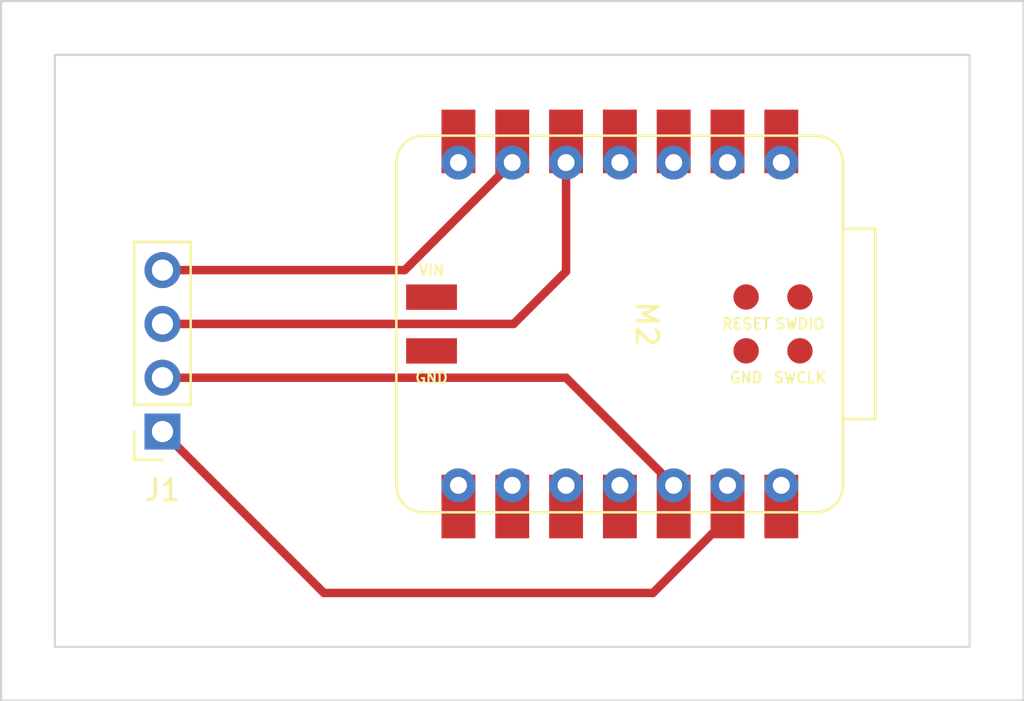
<source format=kicad_pcb>
(kicad_pcb (version 20221018) (generator pcbnew)
  (layers (0 "F.Cu" signal) (31 "B.Cu" signal) (34 "B.Paste" user) (35 "F.Paste" user) (36 "B.SilkS" user "B.Silkscreen") (37 "F.SilkS" user "F.Silkscreen") (38 "B.Mask" user) (39 "F.Mask" user) (44 "Edge.Cuts" user))
  (net 0 "")
  (net 17 "SDA")
  (net 18 "SCL")
  (net 19 "PWR_3V3")
  (net 20 "PWR_GND")
  (footprint "Connector_PinSocket_2.54mm:PinSocket_1x04_P2.54mm_Vertical" (layer "F.Cu") (at 119.38 96.52 180)
    (fp_text reference "J1" (at 0 -2.77) (layer "F.SilkS"))
    (fp_text value "Conn_01x04_Socket")
    (fp_line (start -1.33 1.27) (end -1.33 8.95) (stroke (width 0.12)) (layer "F.SilkS"))
    (fp_line (start -1.33 1.27) (end 1.33 1.27) (stroke (width 0.12)) (layer "F.SilkS"))
    (fp_line (start -1.33 8.95) (end 1.33 8.95) (stroke (width 0.12)) (layer "F.SilkS"))
    (fp_line (start 0 -1.33) (end 1.33 -1.33) (stroke (width 0.12)) (layer "F.SilkS"))
    (fp_line (start 1.33 -1.33) (end 1.33 0) (stroke (width 0.12)) (layer "F.SilkS"))
    (fp_line (start 1.33 1.27) (end 1.33 8.95) (stroke (width 0.12)) (layer "F.SilkS"))
    (pad "1" thru_hole rect (at 0 0 180) (size 1.7 1.7) (drill 1) (layers "*.Cu" "*.Mask") (net 20 "PWR_GND"))
    (pad "2" thru_hole oval (at 0 2.54 180) (size 1.7 1.7) (drill 1) (layers "*.Cu" "*.Mask") (net 19 "PWR_3V3"))
    (pad "3" thru_hole oval (at 0 5.08 180) (size 1.7 1.7) (drill 1) (layers "*.Cu" "*.Mask") (net 17 "SDA"))
    (pad "4" thru_hole oval (at 0 7.62 180) (size 1.7 1.7) (drill 1) (layers "*.Cu" "*.Mask") (net 18 "SCL"))
  )
  (footprint "fab:SeeedStudio_XIAO_RP2040" (layer "F.Cu") (at 140.97 91.44 -90)
    (fp_text reference "M2" (at 0 -1.27 -90 unlocked) (layer "F.SilkS"))
    (fp_text value "Module_XIAO-RP2040")
    (fp_text user "VIN" (at -2.535 8.89 unlocked) (layer "F.SilkS") (effects (font (size 0.5 0.5) (thickness 0.1) bold)))
    (fp_text user "GND" (at 2.545 8.89 unlocked) (layer "F.SilkS") (effects (font (size 0.5 0.5) (thickness 0.1) bold)))
    (fp_text user "SWDIO" (at 0 -8.5 unlocked) (layer "F.SilkS") (effects (font (size 0.5 0.5) (thickness 0.1) bold)))
    (fp_text user "GND" (at 2.54 -5.96 unlocked) (layer "F.SilkS") (effects (font (size 0.5 0.5) (thickness 0.1) bold)))
    (fp_text user "SWCLK" (at 2.54 -8.5 unlocked) (layer "F.SilkS") (effects (font (size 0.5 0.5) (thickness 0.1) bold)))
    (fp_text user "RESET" (at 0 -5.96 unlocked) (layer "F.SilkS") (effects (font (size 0.5 0.5) (thickness 0.1) bold)))
    (fp_line (start -8.8875 9.281) (end -8.8875 -9.261) (stroke (width 0.12)) (layer "F.SilkS"))
    (fp_line (start -7.6175 -10.531) (end 7.6225 -10.531) (stroke (width 0.12)) (layer "F.SilkS"))
    (fp_line (start 7.6225 10.551) (end -7.6175 10.551) (stroke (width 0.12)) (layer "F.SilkS"))
    (fp_line (start 8.8925 -9.261) (end 8.8925 9.281) (stroke (width 0.12)) (layer "F.SilkS"))
    (fp_rect (start -4.4975 -10.531) (end 4.5025 -12.055) (stroke (width 0.12)) (fill none) (layer "F.SilkS"))
    (fp_arc (start -8.8875 -9.261) (mid -8.515526 -10.159026) (end -7.6175 -10.531) (stroke (width 0.12)) (layer "F.SilkS"))
    (fp_arc (start -7.6175 10.551) (mid -8.515526 10.179026) (end -8.8875 9.281) (stroke (width 0.12)) (layer "F.SilkS"))
    (fp_arc (start 7.6225 -10.531) (mid 8.520526 -10.159026) (end 8.8925 -9.261) (stroke (width 0.12)) (layer "F.SilkS"))
    (fp_arc (start 8.8925 9.281) (mid 8.520526 10.179026) (end 7.6225 10.551) (stroke (width 0.12)) (layer "F.SilkS"))
    (pad "1" thru_hole circle (at -7.615 -7.62 270) (size 1.6 1.6) (drill 0.8) (layers "*.Cu" "*.Mask"))
    (pad "1" smd rect (at -7.615 -7.62 270) (size 3 1.6) (drill (offset -1 0)) (layers "F.Cu" "F.Paste" "F.Mask"))
    (pad "2" thru_hole circle (at -7.615 -5.08 270) (size 1.6 1.6) (drill 0.8) (layers "*.Cu" "*.Mask"))
    (pad "2" smd rect (at -7.615 -5.08 270) (size 3 1.6) (drill (offset -1 0)) (layers "F.Cu" "F.Paste" "F.Mask"))
    (pad "3" thru_hole circle (at -7.615 -2.54 270) (size 1.6 1.6) (drill 0.8) (layers "*.Cu" "*.Mask"))
    (pad "3" smd rect (at -7.615 -2.54 270) (size 3 1.6) (drill (offset -1 0)) (layers "F.Cu" "F.Paste" "F.Mask"))
    (pad "4" thru_hole circle (at -7.615 0 270) (size 1.6 1.6) (drill 0.8) (layers "*.Cu" "*.Mask"))
    (pad "4" smd rect (at -7.615 0 270) (size 3 1.6) (drill (offset -1 0)) (layers "F.Cu" "F.Paste" "F.Mask"))
    (pad "5" thru_hole circle (at -7.615 2.54 270) (size 1.6 1.6) (drill 0.8) (layers "*.Cu" "*.Mask") (net 17 "SDA"))
    (pad "5" smd rect (at -7.615 2.54 270) (size 3 1.6) (drill (offset -1 0)) (layers "F.Cu" "F.Paste" "F.Mask") (net 17 "SDA"))
    (pad "6" thru_hole circle (at -7.615 5.08 270) (size 1.6 1.6) (drill 0.8) (layers "*.Cu" "*.Mask") (net 18 "SCL"))
    (pad "6" smd rect (at -7.615 5.08 270) (size 3 1.6) (drill (offset -1 0)) (layers "F.Cu" "F.Paste" "F.Mask") (net 18 "SCL"))
    (pad "7" thru_hole circle (at -7.615 7.62 270) (size 1.6 1.6) (drill 0.8) (layers "*.Cu" "*.Mask"))
    (pad "7" smd rect (at -7.615 7.62 270) (size 3 1.6) (drill (offset -1 0)) (layers "F.Cu" "F.Paste" "F.Mask"))
    (pad "8" thru_hole circle (at 7.62 7.62 270) (size 1.6 1.6) (drill 0.8) (layers "*.Cu" "*.Mask"))
    (pad "8" smd rect (at 7.62 7.62 270) (size 3 1.6) (drill (offset 1 0)) (layers "F.Cu" "F.Paste" "F.Mask"))
    (pad "9" thru_hole circle (at 7.62 5.08 270) (size 1.6 1.6) (drill 0.8) (layers "*.Cu" "*.Mask"))
    (pad "9" smd rect (at 7.62 5.08 270) (size 3 1.6) (drill (offset 1 0)) (layers "F.Cu" "F.Paste" "F.Mask"))
    (pad "10" thru_hole circle (at 7.62 2.54 270) (size 1.6 1.6) (drill 0.8) (layers "*.Cu" "*.Mask"))
    (pad "10" smd rect (at 7.62 2.54 270) (size 3 1.6) (drill (offset 1 0)) (layers "F.Cu" "F.Paste" "F.Mask"))
    (pad "11" thru_hole circle (at 7.62 0 270) (size 1.6 1.6) (drill 0.8) (layers "*.Cu" "*.Mask"))
    (pad "11" smd rect (at 7.62 0 270) (size 3 1.6) (drill (offset 1 0)) (layers "F.Cu" "F.Paste" "F.Mask"))
    (pad "12" thru_hole circle (at 7.62 -2.54 270) (size 1.6 1.6) (drill 0.8) (layers "*.Cu" "*.Mask") (net 19 "PWR_3V3"))
    (pad "12" smd rect (at 7.62 -2.54 270) (size 3 1.6) (drill (offset 1 0)) (layers "F.Cu" "F.Paste" "F.Mask") (net 19 "PWR_3V3"))
    (pad "13" thru_hole circle (at 7.62 -5.08 270) (size 1.6 1.6) (drill 0.8) (layers "*.Cu" "*.Mask") (net 20 "PWR_GND"))
    (pad "13" smd rect (at 7.62 -5.08 270) (size 3 1.6) (drill (offset 1 0)) (layers "F.Cu" "F.Paste" "F.Mask") (net 20 "PWR_GND"))
    (pad "14" thru_hole circle (at 7.62 -7.62 270) (size 1.6 1.6) (drill 0.8) (layers "*.Cu" "*.Mask"))
    (pad "14" smd rect (at 7.62 -7.62 270) (size 3 1.6) (drill (offset 1 0)) (layers "F.Cu" "F.Paste" "F.Mask"))
    (pad "15" smd rect (at 1.275 8.89 180) (size 2.4 1.2) (layers "F.Cu" "F.Paste" "F.Mask"))
    (pad "16" smd rect (at -1.265 8.89 180) (size 2.4 1.2) (layers "F.Cu" "F.Paste" "F.Mask"))
    (pad "17" smd circle (at -1.27 -8.5 270) (size 1.2 1.2) (layers "F.Cu" "F.Paste" "F.Mask"))
    (pad "18" smd circle (at -1.27 -5.96 270) (size 1.2 1.2) (layers "F.Cu" "F.Paste" "F.Mask"))
    (pad "19" smd circle (at 1.27 -5.96 270) (size 1.2 1.2) (layers "F.Cu" "F.Paste" "F.Mask"))
    (pad "20" smd circle (at 1.27 -8.5 270) (size 1.2 1.2) (layers "F.Cu" "F.Paste" "F.Mask"))
  )
  (gr_rect (start 114.3 78.74) (end 157.48 106.68) (stroke (width 0.1)) (fill none) (layer "Edge.Cuts"))
  (gr_rect (start 111.76 76.2) (end 160.02 109.22) (stroke (width 0.1)) (fill none) (layer "Edge.Cuts"))
  (segment (start 135.955 91.44) (end 119.38 91.44) (width 0.4) (layer "F.Cu") (net 17))
  (segment (start 138.43 88.965) (end 135.955 91.44) (width 0.4) (layer "F.Cu") (net 17))
  (segment (start 138.43 83.825) (end 138.43 88.965) (width 0.4) (layer "F.Cu") (net 17))
  (segment (start 135.89 83.825) (end 130.815 88.9) (width 0.4) (layer "F.Cu") (net 18))
  (segment (start 130.815 88.9) (end 119.38 88.9) (width 0.4) (layer "F.Cu") (net 18))
  (segment (start 138.43 93.98) (end 119.38 93.98) (width 0.4) (layer "F.Cu") (net 19))
  (segment (start 143.51 99.06) (end 138.43 93.98) (width 0.4) (layer "F.Cu") (net 19))
  (segment (start 142.53 104.14) (end 127 104.14) (width 0.4) (layer "F.Cu") (net 20))
  (segment (start 146.05 100.62) (end 142.53 104.14) (width 0.4) (layer "F.Cu") (net 20))
  (segment (start 146.05 99.06) (end 146.05 100.62) (width 0.4) (layer "F.Cu") (net 20))
  (segment (start 127 104.14) (end 119.38 96.52) (width 0.4) (layer "F.Cu") (net 20))
)
</source>
